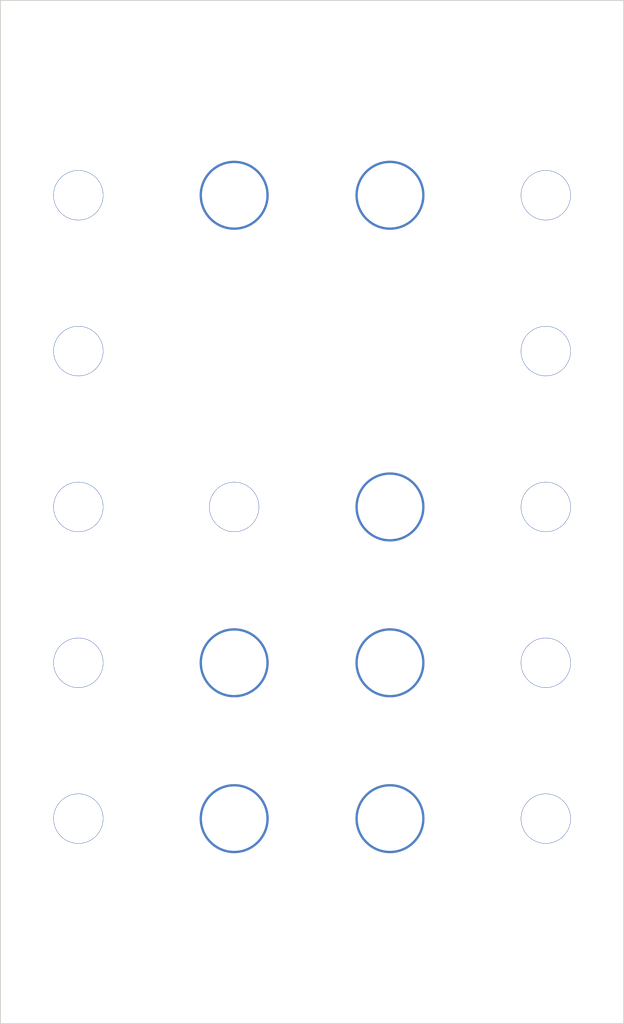
<source format=kicad_pcb>
(kicad_pcb (version 20171130) (host pcbnew 5.1.4-e60b266~84~ubuntu19.04.1)

  (general
    (thickness 1.6)
    (drawings 10)
    (tracks 0)
    (zones 0)
    (modules 23)
    (nets 1)
  )

  (page A4)
  (layers
    (0 F.Cu signal)
    (31 B.Cu signal)
    (32 B.Adhes user)
    (33 F.Adhes user)
    (34 B.Paste user)
    (35 F.Paste user)
    (36 B.SilkS user)
    (37 F.SilkS user)
    (38 B.Mask user)
    (39 F.Mask user)
    (40 Dwgs.User user)
    (41 Cmts.User user)
    (42 Eco1.User user)
    (43 Eco2.User user)
    (44 Edge.Cuts user)
    (45 Margin user)
    (46 B.CrtYd user)
    (47 F.CrtYd user)
    (48 B.Fab user)
    (49 F.Fab user)
  )

  (setup
    (last_trace_width 0.25)
    (trace_clearance 0.2)
    (zone_clearance 0.508)
    (zone_45_only no)
    (trace_min 0.2)
    (via_size 0.8)
    (via_drill 0.4)
    (via_min_size 0.4)
    (via_min_drill 0.3)
    (uvia_size 0.3)
    (uvia_drill 0.1)
    (uvias_allowed no)
    (uvia_min_size 0.2)
    (uvia_min_drill 0.1)
    (edge_width 0.05)
    (segment_width 0.2)
    (pcb_text_width 0.3)
    (pcb_text_size 1.5 1.5)
    (mod_edge_width 0.12)
    (mod_text_size 1 1)
    (mod_text_width 0.15)
    (pad_size 3.2 3.2)
    (pad_drill 3.2)
    (pad_to_mask_clearance 0.051)
    (solder_mask_min_width 0.25)
    (aux_axis_origin 0 0)
    (visible_elements FFFFFF7F)
    (pcbplotparams
      (layerselection 0x010fc_ffffffff)
      (usegerberextensions false)
      (usegerberattributes false)
      (usegerberadvancedattributes false)
      (creategerberjobfile false)
      (excludeedgelayer true)
      (linewidth 0.100000)
      (plotframeref false)
      (viasonmask false)
      (mode 1)
      (useauxorigin false)
      (hpglpennumber 1)
      (hpglpenspeed 20)
      (hpglpendiameter 15.000000)
      (psnegative false)
      (psa4output false)
      (plotreference true)
      (plotvalue true)
      (plotinvisibletext false)
      (padsonsilk false)
      (subtractmaskfromsilk false)
      (outputformat 1)
      (mirror false)
      (drillshape 1)
      (scaleselection 1)
      (outputdirectory ""))
  )

  (net 0 "")

  (net_class Default "This is the default net class."
    (clearance 0.2)
    (trace_width 0.25)
    (via_dia 0.8)
    (via_drill 0.4)
    (uvia_dia 0.3)
    (uvia_drill 0.1)
  )

  (module elektrophon:waveshape_square (layer F.Cu) (tedit 5D6AF935) (tstamp 5D6B4A6B)
    (at 96.52 132.08)
    (descr "Imported from ../../lib/kicad/elektrophon.pretty/saw.svg")
    (tags svg2mod)
    (attr smd)
    (fp_text reference svg2mod (at 0 -4.58823) (layer F.SilkS) hide
      (effects (font (size 1.524 1.524) (thickness 0.3048)))
    )
    (fp_text value G*** (at 0 11.176) (layer F.SilkS) hide
      (effects (font (size 1.524 1.524) (thickness 0.3048)))
    )
    (fp_line (start 2.032 9.652) (end 2.032 8.128) (layer F.Mask) (width 0.5))
    (fp_line (start 0 9.652) (end 2.032 9.652) (layer F.Mask) (width 0.5))
    (fp_line (start 0 7.112) (end 0 9.652) (layer F.Mask) (width 0.5))
    (fp_line (start -2.032 7.09577) (end -0.207183 7.09617) (layer F.Mask) (width 0.5))
    (fp_line (start -2.032 8.62667) (end -2.032 7.112) (layer F.Mask) (width 0.5))
  )

  (module elektrophon:waveshape_fall (layer F.Cu) (tedit 5D6AF872) (tstamp 5D6B4A4D)
    (at 96.52 111.76)
    (descr "Imported from ../../lib/kicad/elektrophon.pretty/fall.svg")
    (tags svg2mod)
    (attr smd)
    (fp_text reference svg2mod (at 0 -4.69341) (layer F.SilkS) hide
      (effects (font (size 1.524 1.524) (thickness 0.3048)))
    )
    (fp_text value G*** (at 0 11.684) (layer F.SilkS) hide
      (effects (font (size 1.524 1.524) (thickness 0.3048)))
    )
    (fp_line (start -0.508 7.49859) (end 2.032 9.652) (layer F.Mask) (width 0.5))
    (fp_line (start -1.524 9.652) (end -0.508 7.49859) (layer F.Mask) (width 0.5))
  )

  (module elektrophon:waveshape_sine (layer F.Cu) (tedit 5D6AF917) (tstamp 5D6B4A38)
    (at 96.52 91.44)
    (descr "Imported from ../../lib/kicad/elektrophon.pretty/sine.svg")
    (tags svg2mod)
    (attr smd)
    (fp_text reference svg2mod (at 0 -4.119191) (layer F.SilkS) hide
      (effects (font (size 1.524 1.524) (thickness 0.3048)))
    )
    (fp_text value G*** (at 0 11.684) (layer F.SilkS) hide
      (effects (font (size 1.524 1.524) (thickness 0.3048)))
    )
    (fp_line (start 2.333448 8.858449) (end 2.538214 8.476346) (layer F.Mask) (width 0.5))
    (fp_line (start 1.772845 9.510977) (end 2.333448 8.858449) (layer F.Mask) (width 0.5))
    (fp_line (start 1.384272 9.707191) (end 1.772845 9.510977) (layer F.Mask) (width 0.5))
    (fp_line (start 0.936943 9.693258) (end 1.384272 9.707191) (layer F.Mask) (width 0.5))
    (fp_line (start 0.440923 9.376595) (end 0.936943 9.693258) (layer F.Mask) (width 0.5))
    (fp_line (start -0.093719 8.664618) (end 0.440923 9.376595) (layer F.Mask) (width 0.5))
    (fp_line (start -0.620307 7.94493) (end -0.093719 8.664618) (layer F.Mask) (width 0.5))
    (fp_line (start -1.095093 7.607769) (end -0.620307 7.94493) (layer F.Mask) (width 0.5))
    (fp_line (start -1.512403 7.564809) (end -1.095093 7.607769) (layer F.Mask) (width 0.5))
    (fp_line (start -1.866564 7.727725) (end -1.512403 7.564809) (layer F.Mask) (width 0.5))
    (fp_line (start -2.362736 8.317877) (end -1.866564 7.727725) (layer F.Mask) (width 0.5))
    (fp_line (start -2.538214 8.671618) (end -2.362736 8.317877) (layer F.Mask) (width 0.5))
  )

  (module elektrophon:waveshape_triangle (layer F.Cu) (tedit 5D6AF949) (tstamp 5D6B4A05)
    (at 96.52 71.12)
    (descr "Imported from ../../lib/kicad/elektrophon.pretty/triangle.svg")
    (tags svg2mod)
    (attr smd)
    (fp_text reference svg2mod (at 0 -4.43467) (layer F.SilkS) hide
      (effects (font (size 1.524 1.524) (thickness 0.3048)))
    )
    (fp_text value G*** (at 0 11.176) (layer F.SilkS) hide
      (effects (font (size 1.524 1.524) (thickness 0.3048)))
    )
    (fp_line (start 1.524 9.51467) (end 2.54 7.82361) (layer F.Mask) (width 0.5))
    (fp_line (start -0.508 6.604) (end 1.524 9.51467) (layer F.Mask) (width 0.5))
    (fp_line (start -2.032 8.636) (end -0.508 6.604) (layer F.Mask) (width 0.5))
  )

  (module elektrophon:waveshape_saw (layer F.Cu) (tedit 5D6AF863) (tstamp 5D6B49ED)
    (at 96.52 50.8)
    (descr "Imported from ../../lib/kicad/elektrophon.pretty/fall.svg")
    (tags svg2mod)
    (attr smd)
    (fp_text reference svg2mod (at 0 -4.69341) (layer F.SilkS) hide
      (effects (font (size 1.524 1.524) (thickness 0.3048)))
    )
    (fp_text value G*** (at 0 11.684) (layer F.SilkS) hide
      (effects (font (size 1.524 1.524) (thickness 0.3048)))
    )
    (fp_line (start -1.016 7.49859) (end 2.54 9.652) (layer F.Mask) (width 0.5))
    (fp_line (start -1.016 9.652) (end -1.016 7.62) (layer F.Mask) (width 0.5))
  )

  (module elektrophon:JACK_HOLE (layer F.Cu) (tedit 5D6AF18B) (tstamp 5D6B46F9)
    (at 96.52 132.08)
    (path /5D6B4FC6)
    (fp_text reference H18 (at 0 -6.604) (layer F.SilkS) hide
      (effects (font (size 1 1) (thickness 0.15)))
    )
    (fp_text value square (at 0 8.636) (layer F.Mask) hide
      (effects (font (size 2 1.4) (thickness 0.25)))
    )
    (pad "" np_thru_hole circle (at 0 0) (size 6.5 6.5) (drill 6.4) (layers *.Cu *.Mask)
      (zone_connect 0))
    (model "/home/etienne/Projects/elektrophon/lib/kicad/models/PJ301M-12 Thonkiconn v0.2.stp"
      (offset (xyz 0 1 -11))
      (scale (xyz 1 1 1))
      (rotate (xyz 0 0 0))
    )
  )

  (module elektrophon:JACK_HOLE (layer F.Cu) (tedit 5D6AF18B) (tstamp 5D6B46F4)
    (at 96.52 111.76)
    (path /5D6B1F22)
    (fp_text reference H17 (at 0 -6.604) (layer F.SilkS) hide
      (effects (font (size 1 1) (thickness 0.15)))
    )
    (fp_text value fall (at 0 8.636) (layer F.Mask) hide
      (effects (font (size 2 1.4) (thickness 0.25)))
    )
    (pad "" np_thru_hole circle (at 0 0) (size 6.5 6.5) (drill 6.4) (layers *.Cu *.Mask)
      (zone_connect 0))
    (model "/home/etienne/Projects/elektrophon/lib/kicad/models/PJ301M-12 Thonkiconn v0.2.stp"
      (offset (xyz 0 1 -11))
      (scale (xyz 1 1 1))
      (rotate (xyz 0 0 0))
    )
  )

  (module elektrophon:JACK_HOLE (layer F.Cu) (tedit 5D6AF18B) (tstamp 5D6B46EF)
    (at 96.52 91.44)
    (path /5D6B18E0)
    (fp_text reference H16 (at 0 -6.604) (layer F.SilkS) hide
      (effects (font (size 1 1) (thickness 0.15)))
    )
    (fp_text value sine (at 0 8.636) (layer F.Mask) hide
      (effects (font (size 2 1.4) (thickness 0.25)))
    )
    (pad "" np_thru_hole circle (at 0 0) (size 6.5 6.5) (drill 6.4) (layers *.Cu *.Mask)
      (zone_connect 0))
    (model "/home/etienne/Projects/elektrophon/lib/kicad/models/PJ301M-12 Thonkiconn v0.2.stp"
      (offset (xyz 0 1 -11))
      (scale (xyz 1 1 1))
      (rotate (xyz 0 0 0))
    )
  )

  (module elektrophon:JACK_HOLE (layer F.Cu) (tedit 5D6AF18B) (tstamp 5D6B46EA)
    (at 96.52 71.12)
    (path /5D6B1096)
    (fp_text reference H15 (at 0 -6.604) (layer F.SilkS) hide
      (effects (font (size 1 1) (thickness 0.15)))
    )
    (fp_text value triangle (at 0 8.636) (layer F.Mask) hide
      (effects (font (size 2 1.4) (thickness 0.25)))
    )
    (pad "" np_thru_hole circle (at 0 0) (size 6.5 6.5) (drill 6.4) (layers *.Cu *.Mask)
      (zone_connect 0))
    (model "/home/etienne/Projects/elektrophon/lib/kicad/models/PJ301M-12 Thonkiconn v0.2.stp"
      (offset (xyz 0 1 -11))
      (scale (xyz 1 1 1))
      (rotate (xyz 0 0 0))
    )
  )

  (module elektrophon:JACK_HOLE (layer F.Cu) (tedit 5D6AF18B) (tstamp 5D6B46E5)
    (at 96.52 50.8)
    (path /5D6B02B8)
    (fp_text reference H14 (at 0 -6.604) (layer F.SilkS) hide
      (effects (font (size 1 1) (thickness 0.15)))
    )
    (fp_text value saw (at 0 8.636) (layer F.Mask) hide
      (effects (font (size 2 1.4) (thickness 0.25)))
    )
    (pad "" np_thru_hole circle (at 0 0) (size 6.5 6.5) (drill 6.4) (layers *.Cu *.Mask)
      (zone_connect 0))
    (model "/home/etienne/Projects/elektrophon/lib/kicad/models/PJ301M-12 Thonkiconn v0.2.stp"
      (offset (xyz 0 1 -11))
      (scale (xyz 1 1 1))
      (rotate (xyz 0 0 0))
    )
  )

  (module elektrophon:panel_pot (layer F.Cu) (tedit 5D6AF177) (tstamp 5D6B46E0)
    (at 76.2 132.08)
    (descr "Imported from pot-mask.svg")
    (tags svg2mod)
    (path /5D6B4FC0)
    (attr smd)
    (fp_text reference H13 (at 0 -10.16) (layer F.SilkS) hide
      (effects (font (size 1.524 1.524) (thickness 0.3048)))
    )
    (fp_text value PW (at 0 8.636) (layer F.Mask)
      (effects (font (size 2 1.4) (thickness 0.25)))
    )
    (pad "" np_thru_hole circle (at 0 0) (size 9 9) (drill 8.4) (layers *.Cu))
    (model "/home/etienne/Projects/elektrophon/lib/kicad/models/chroma cap.step"
      (offset (xyz 0 0 8))
      (scale (xyz 1 1 1))
      (rotate (xyz -90 0 0))
    )
  )

  (module elektrophon:panel_pot (layer F.Cu) (tedit 5D6AF177) (tstamp 5D6B46DB)
    (at 76.2 111.76)
    (descr "Imported from pot-mask.svg")
    (tags svg2mod)
    (path /5D6B1F1C)
    (attr smd)
    (fp_text reference H12 (at 0 -10.16) (layer F.SilkS) hide
      (effects (font (size 1.524 1.524) (thickness 0.3048)))
    )
    (fp_text value skew (at 0 8.636) (layer F.Mask)
      (effects (font (size 2 1.4) (thickness 0.25)))
    )
    (pad "" np_thru_hole circle (at 0 0) (size 9 9) (drill 8.4) (layers *.Cu))
    (model "/home/etienne/Projects/elektrophon/lib/kicad/models/chroma cap.step"
      (offset (xyz 0 0 8))
      (scale (xyz 1 1 1))
      (rotate (xyz -90 0 0))
    )
  )

  (module elektrophon:panel_pot (layer F.Cu) (tedit 5D6AF177) (tstamp 5D6B46D6)
    (at 76.2 91.44)
    (descr "Imported from pot-mask.svg")
    (tags svg2mod)
    (path /5D6B18DA)
    (attr smd)
    (fp_text reference H11 (at 0 -10.16) (layer F.SilkS) hide
      (effects (font (size 1.524 1.524) (thickness 0.3048)))
    )
    (fp_text value atten (at 0 8.636) (layer F.Mask)
      (effects (font (size 2 1.4) (thickness 0.25)))
    )
    (pad "" np_thru_hole circle (at 0 0) (size 9 9) (drill 8.4) (layers *.Cu))
    (model "/home/etienne/Projects/elektrophon/lib/kicad/models/chroma cap.step"
      (offset (xyz 0 0 8))
      (scale (xyz 1 1 1))
      (rotate (xyz -90 0 0))
    )
  )

  (module elektrophon:panel_pot (layer F.Cu) (tedit 5D6AF177) (tstamp 5D6B46D1)
    (at 76.2 50.8)
    (descr "Imported from pot-mask.svg")
    (tags svg2mod)
    (path /5D6AFC16)
    (attr smd)
    (fp_text reference H10 (at 0 -10.16) (layer F.SilkS) hide
      (effects (font (size 1.524 1.524) (thickness 0.3048)))
    )
    (fp_text value fine (at 0 8.636) (layer F.Mask)
      (effects (font (size 2 1.4) (thickness 0.25)))
    )
    (pad "" np_thru_hole circle (at 0 0) (size 9 9) (drill 8.4) (layers *.Cu))
    (model "/home/etienne/Projects/elektrophon/lib/kicad/models/chroma cap.step"
      (offset (xyz 0 0 8))
      (scale (xyz 1 1 1))
      (rotate (xyz -90 0 0))
    )
  )

  (module elektrophon:panel_pot (layer F.Cu) (tedit 5D6AF177) (tstamp 5D6B46CC)
    (at 55.88 132.08)
    (descr "Imported from pot-mask.svg")
    (tags svg2mod)
    (path /5D6B4FBA)
    (attr smd)
    (fp_text reference H9 (at 0 -10.16) (layer F.SilkS) hide
      (effects (font (size 1.524 1.524) (thickness 0.3048)))
    )
    (fp_text value atten (at 0 8.636) (layer F.Mask)
      (effects (font (size 2 1.4) (thickness 0.25)))
    )
    (pad "" np_thru_hole circle (at 0 0) (size 9 9) (drill 8.4) (layers *.Cu))
    (model "/home/etienne/Projects/elektrophon/lib/kicad/models/chroma cap.step"
      (offset (xyz 0 0 8))
      (scale (xyz 1 1 1))
      (rotate (xyz -90 0 0))
    )
  )

  (module elektrophon:panel_pot (layer F.Cu) (tedit 5D6AF177) (tstamp 5D6B46C7)
    (at 55.88 111.76)
    (descr "Imported from pot-mask.svg")
    (tags svg2mod)
    (path /5D6B1F16)
    (attr smd)
    (fp_text reference H8 (at 0 -10.16) (layer F.SilkS) hide
      (effects (font (size 1.524 1.524) (thickness 0.3048)))
    )
    (fp_text value atten (at 0 8.636) (layer F.Mask)
      (effects (font (size 2 1.4) (thickness 0.25)))
    )
    (pad "" np_thru_hole circle (at 0 0) (size 9 9) (drill 8.4) (layers *.Cu))
    (model "/home/etienne/Projects/elektrophon/lib/kicad/models/chroma cap.step"
      (offset (xyz 0 0 8))
      (scale (xyz 1 1 1))
      (rotate (xyz -90 0 0))
    )
  )

  (module elektrophon:SWITCH_HOLE (layer F.Cu) (tedit 5D6AF1FE) (tstamp 5D6B46C2)
    (at 55.88 91.44)
    (path /5D6B18D4)
    (fp_text reference H7 (at 0 -6.604) (layer F.SilkS) hide
      (effects (font (size 1 1) (thickness 0.15)))
    )
    (fp_text value ac/dc (at 0 8.636) (layer F.Mask)
      (effects (font (size 2 1.4) (thickness 0.25)))
    )
    (pad "" np_thru_hole circle (at 0 0) (size 6.5 6.5) (drill 6.4) (layers *.Cu *.Mask)
      (zone_connect 0))
    (model "/home/etienne/Projects/elektrophon/lib/kicad/models/SPDT Toggle Switch.stp"
      (offset (xyz 12.5 3.5 -11.5))
      (scale (xyz 1 1 1))
      (rotate (xyz -90 0 0))
    )
  )

  (module elektrophon:panel_pot (layer F.Cu) (tedit 5D6AF177) (tstamp 5D6B46BD)
    (at 55.88 50.8)
    (descr "Imported from pot-mask.svg")
    (tags svg2mod)
    (path /5D6AF633)
    (attr smd)
    (fp_text reference H6 (at 0 -10.16) (layer F.SilkS) hide
      (effects (font (size 1.524 1.524) (thickness 0.3048)))
    )
    (fp_text value coarse (at 0 8.636) (layer F.Mask)
      (effects (font (size 2 1.4) (thickness 0.25)))
    )
    (pad "" np_thru_hole circle (at 0 0) (size 9 9) (drill 8.4) (layers *.Cu))
    (model "/home/etienne/Projects/elektrophon/lib/kicad/models/chroma cap.step"
      (offset (xyz 0 0 8))
      (scale (xyz 1 1 1))
      (rotate (xyz -90 0 0))
    )
  )

  (module elektrophon:JACK_HOLE (layer F.Cu) (tedit 5D6AF18B) (tstamp 5D6B46B8)
    (at 35.56 132.08)
    (path /5D6B4FB4)
    (fp_text reference H5 (at 0 -6.604) (layer F.SilkS) hide
      (effects (font (size 1 1) (thickness 0.15)))
    )
    (fp_text value PWM (at 0 8.636) (layer F.Mask)
      (effects (font (size 2 1.4) (thickness 0.25)))
    )
    (pad "" np_thru_hole circle (at 0 0) (size 6.5 6.5) (drill 6.4) (layers *.Cu *.Mask)
      (zone_connect 0))
    (model "/home/etienne/Projects/elektrophon/lib/kicad/models/PJ301M-12 Thonkiconn v0.2.stp"
      (offset (xyz 0 1 -11))
      (scale (xyz 1 1 1))
      (rotate (xyz 0 0 0))
    )
  )

  (module elektrophon:JACK_HOLE (layer F.Cu) (tedit 5D6AF18B) (tstamp 5D6B46B3)
    (at 35.56 111.76)
    (path /5D6B1F10)
    (fp_text reference H4 (at 0 -6.604) (layer F.SilkS) hide
      (effects (font (size 1 1) (thickness 0.15)))
    )
    (fp_text value expFM (at 0 8.636) (layer F.Mask)
      (effects (font (size 2 1.4) (thickness 0.25)))
    )
    (pad "" np_thru_hole circle (at 0 0) (size 6.5 6.5) (drill 6.4) (layers *.Cu *.Mask)
      (zone_connect 0))
    (model "/home/etienne/Projects/elektrophon/lib/kicad/models/PJ301M-12 Thonkiconn v0.2.stp"
      (offset (xyz 0 1 -11))
      (scale (xyz 1 1 1))
      (rotate (xyz 0 0 0))
    )
  )

  (module elektrophon:JACK_HOLE (layer F.Cu) (tedit 5D6AF18B) (tstamp 5D6B46AE)
    (at 35.56 91.44)
    (path /5D6B18CE)
    (fp_text reference H3 (at 0 -6.604) (layer F.SilkS) hide
      (effects (font (size 1 1) (thickness 0.15)))
    )
    (fp_text value linFM (at 0 8.636) (layer F.Mask)
      (effects (font (size 2 1.4) (thickness 0.25)))
    )
    (pad "" np_thru_hole circle (at 0 0) (size 6.5 6.5) (drill 6.4) (layers *.Cu *.Mask)
      (zone_connect 0))
    (model "/home/etienne/Projects/elektrophon/lib/kicad/models/PJ301M-12 Thonkiconn v0.2.stp"
      (offset (xyz 0 1 -11))
      (scale (xyz 1 1 1))
      (rotate (xyz 0 0 0))
    )
  )

  (module elektrophon:JACK_HOLE (layer F.Cu) (tedit 5D6AF18B) (tstamp 5D6B46A9)
    (at 35.56 71.12)
    (path /5D6B1084)
    (fp_text reference H2 (at 0 -6.604) (layer F.SilkS) hide
      (effects (font (size 1 1) (thickness 0.15)))
    )
    (fp_text value sync (at 0 8.636) (layer F.Mask)
      (effects (font (size 2 1.4) (thickness 0.25)))
    )
    (pad "" np_thru_hole circle (at 0 0) (size 6.5 6.5) (drill 6.4) (layers *.Cu *.Mask)
      (zone_connect 0))
    (model "/home/etienne/Projects/elektrophon/lib/kicad/models/PJ301M-12 Thonkiconn v0.2.stp"
      (offset (xyz 0 1 -11))
      (scale (xyz 1 1 1))
      (rotate (xyz 0 0 0))
    )
  )

  (module elektrophon:JACK_HOLE (layer F.Cu) (tedit 5D6AF18B) (tstamp 5D6B46A4)
    (at 35.56 50.8)
    (path /5D6AF58E)
    (fp_text reference H1 (at 0 -6.604) (layer F.SilkS) hide
      (effects (font (size 1 1) (thickness 0.15)))
    )
    (fp_text value 1v/oct (at 0 8.636) (layer F.Mask)
      (effects (font (size 2 1.4) (thickness 0.25)))
    )
    (pad "" np_thru_hole circle (at 0 0) (size 6.5 6.5) (drill 6.4) (layers *.Cu *.Mask)
      (zone_connect 0))
    (model "/home/etienne/Projects/elektrophon/lib/kicad/models/PJ301M-12 Thonkiconn v0.2.stp"
      (offset (xyz 0 1 -11))
      (scale (xyz 1 1 1))
      (rotate (xyz 0 0 0))
    )
  )

  (gr_line (start 96.52 132.08) (end 35.56 132.08) (layer F.Mask) (width 0.18))
  (gr_line (start 35.56 50.8) (end 76.2 50.8) (layer F.Mask) (width 0.18))
  (gr_line (start 35.56 91.44) (end 76.2 91.44) (layer F.Mask) (width 0.18))
  (gr_line (start 35.56 111.76) (end 55.88 111.76) (layer F.Mask) (width 0.18))
  (gr_line (start 76.2 111.76) (end 96.52 111.76) (layer F.Mask) (width 0.18))
  (gr_text X4046 (at 66.04 30.48) (layer F.Mask)
    (effects (font (size 3 3) (thickness 0.35)))
  )
  (gr_line (start 106.68 158.8) (end 25.4 158.8) (layer Edge.Cuts) (width 0.12))
  (gr_line (start 106.68 25.4) (end 106.68 158.8) (layer Edge.Cuts) (width 0.12))
  (gr_line (start 25.4 25.4) (end 25.4 158.8) (layer Edge.Cuts) (width 0.12))
  (gr_line (start 25.4 25.4) (end 106.68 25.4) (layer Edge.Cuts) (width 0.12))

)

</source>
